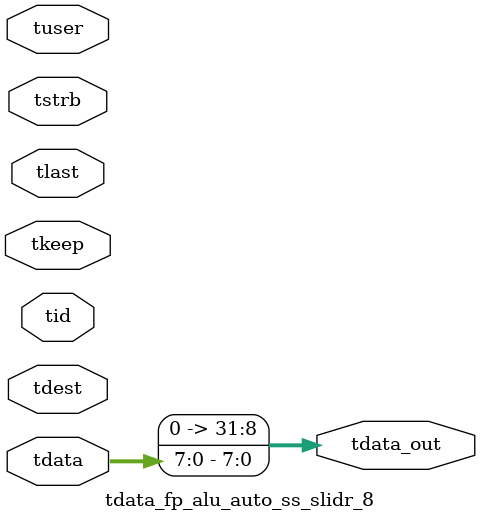
<source format=v>


`timescale 1ps/1ps

module tdata_fp_alu_auto_ss_slidr_8 #
(
parameter C_S_AXIS_TDATA_WIDTH = 32,
parameter C_S_AXIS_TUSER_WIDTH = 0,
parameter C_S_AXIS_TID_WIDTH   = 0,
parameter C_S_AXIS_TDEST_WIDTH = 0,
parameter C_M_AXIS_TDATA_WIDTH = 32
)
(
input  [(C_S_AXIS_TDATA_WIDTH == 0 ? 1 : C_S_AXIS_TDATA_WIDTH)-1:0     ] tdata,
input  [(C_S_AXIS_TUSER_WIDTH == 0 ? 1 : C_S_AXIS_TUSER_WIDTH)-1:0     ] tuser,
input  [(C_S_AXIS_TID_WIDTH   == 0 ? 1 : C_S_AXIS_TID_WIDTH)-1:0       ] tid,
input  [(C_S_AXIS_TDEST_WIDTH == 0 ? 1 : C_S_AXIS_TDEST_WIDTH)-1:0     ] tdest,
input  [(C_S_AXIS_TDATA_WIDTH/8)-1:0 ] tkeep,
input  [(C_S_AXIS_TDATA_WIDTH/8)-1:0 ] tstrb,
input                                                                    tlast,
output [C_M_AXIS_TDATA_WIDTH-1:0] tdata_out
);

assign tdata_out = {tdata[7:0]};

endmodule


</source>
